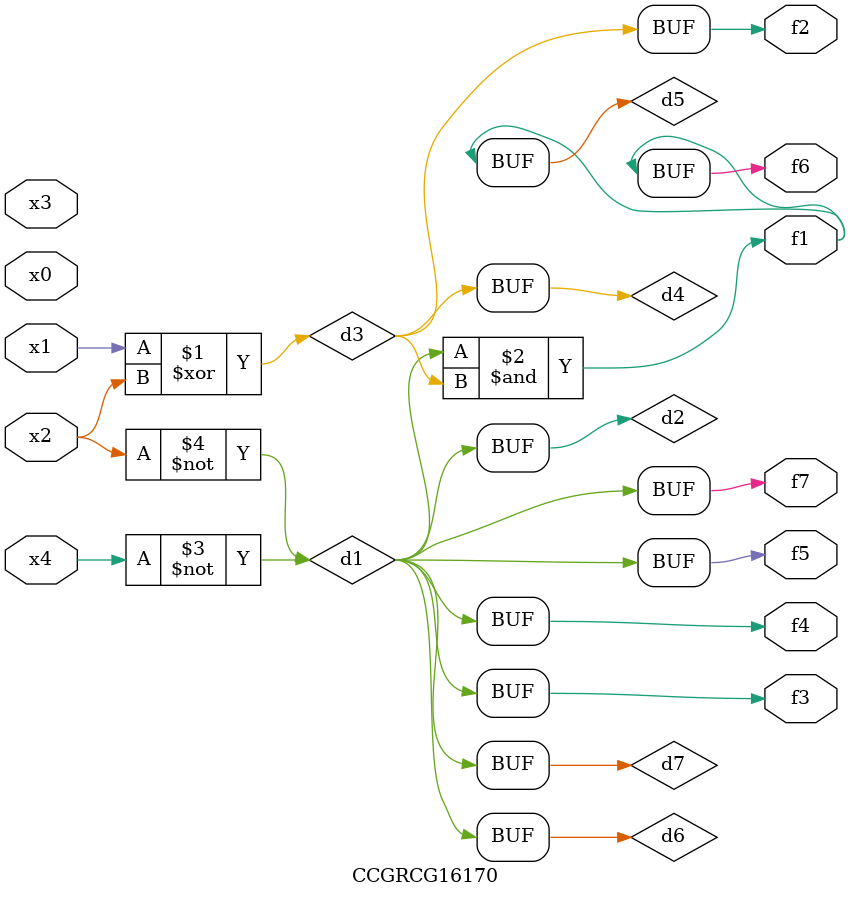
<source format=v>
module CCGRCG16170(
	input x0, x1, x2, x3, x4,
	output f1, f2, f3, f4, f5, f6, f7
);

	wire d1, d2, d3, d4, d5, d6, d7;

	not (d1, x4);
	not (d2, x2);
	xor (d3, x1, x2);
	buf (d4, d3);
	and (d5, d1, d3);
	buf (d6, d1, d2);
	buf (d7, d2);
	assign f1 = d5;
	assign f2 = d4;
	assign f3 = d7;
	assign f4 = d7;
	assign f5 = d7;
	assign f6 = d5;
	assign f7 = d7;
endmodule

</source>
